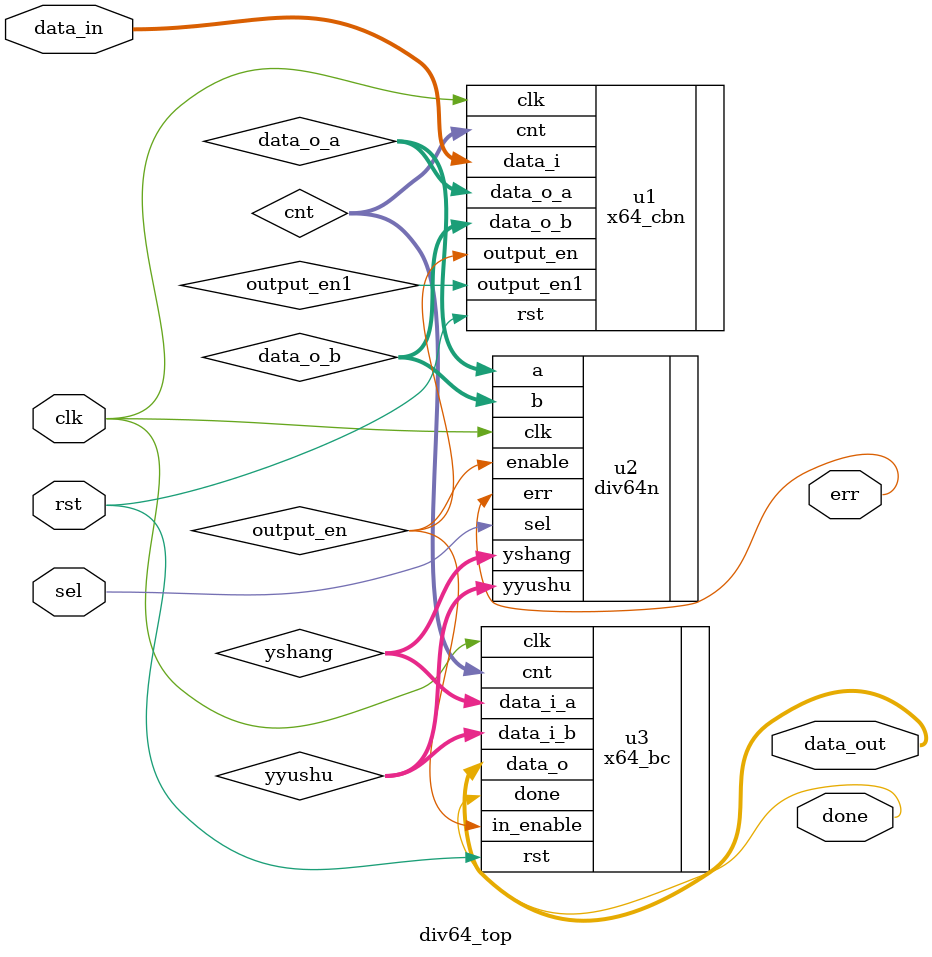
<source format=v>
`timescale 1ns / 1ps


module div64_top(
    clk,rst,sel,data_in,data_out,done,err);
    input clk;
    input rst;
    input sel;
    input [7:0] data_in;

    output [7:0] data_out;

    output done;
    output err;
    wire [3:0] cnt;
    wire [63:0] data_o_a;
    wire [63:0] data_o_b;
    wire [63:0] yshang;
    wire [63:0] yyushu;
    wire output_en;
    wire output_en1;


x64_cbn u1(.cnt(cnt),.clk(clk),.rst(rst),.data_i(data_in),.data_o_a(data_o_a),.data_o_b(data_o_b),.output_en(output_en),.output_en1(output_en1));
div64n u2(.clk(clk),.a(data_o_a),.b(data_o_b),.enable(output_en),.sel(sel),.yshang(yshang),.yyushu(yyushu),.err(err));
x64_bc u3(.cnt(cnt),.clk(clk),.rst(rst),.in_enable(output_en),.data_i_a(yshang),.data_i_b(yyushu),.data_o(data_out),.done(done));


endmodule

</source>
